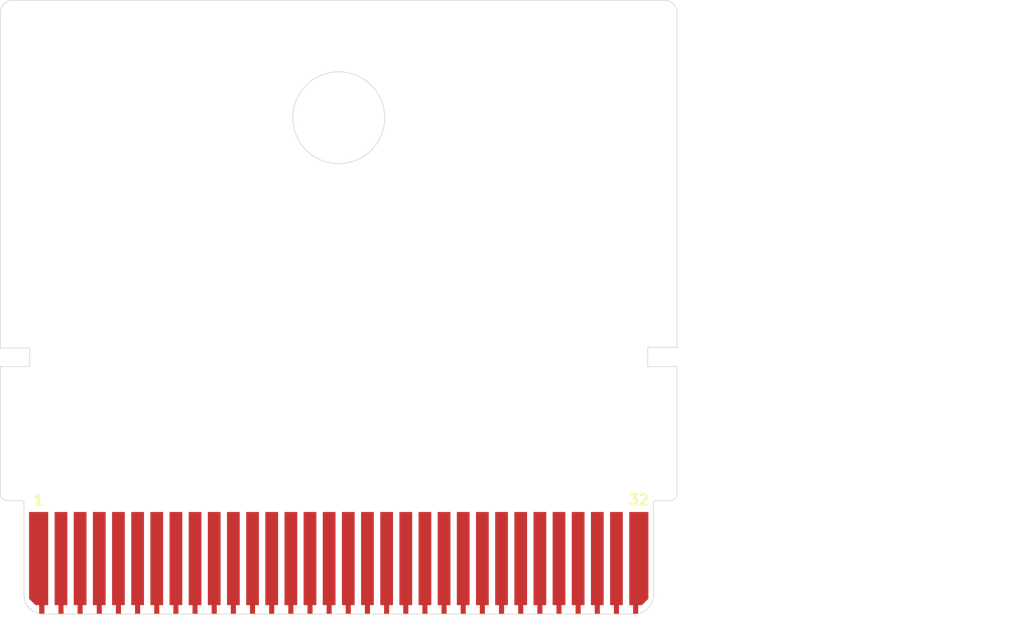
<source format=kicad_pcb>
(kicad_pcb (version 20211014) (generator pcbnew)
  (layers (0 "F.Cu" signal) (31 "B.Cu" signal) (34 "B.Paste" user) (35 "F.Paste" user) (36 "B.SilkS" user "B.Silkscreen") (37 "F.SilkS" user "F.Silkscreen") (38 "B.Mask" user) (39 "F.Mask" user) (44 "Edge.Cuts" user))
  (net 0 "")
  (net 1 "Net-(J1-Pad32)")
  (net 2 "Net-(J1-Pad1)")
  (net 3 "Net-(J1-Pad31)")
  (net 4 "Net-(J1-Pad30)")
  (net 5 "Net-(J1-Pad29)")
  (net 6 "Net-(J1-Pad28)")
  (net 7 "Net-(J1-Pad27)")
  (net 8 "Net-(J1-Pad26)")
  (net 9 "Net-(J1-Pad25)")
  (net 10 "Net-(J1-Pad24)")
  (net 11 "Net-(J1-Pad23)")
  (net 12 "Net-(J1-Pad22)")
  (net 13 "Net-(J1-Pad21)")
  (net 14 "Net-(J1-Pad20)")
  (net 15 "Net-(J1-Pad19)")
  (net 16 "Net-(J1-Pad18)")
  (net 17 "Net-(J1-Pad17)")
  (net 18 "Net-(J1-Pad16)")
  (net 19 "Net-(J1-Pad15)")
  (net 20 "Net-(J1-Pad14)")
  (net 21 "Net-(J1-Pad13)")
  (net 22 "Net-(J1-Pad12)")
  (net 23 "Net-(J1-Pad11)")
  (net 24 "Net-(J1-Pad10)")
  (net 25 "Net-(J1-Pad9)")
  (net 26 "Net-(J1-Pad8)")
  (net 27 "Net-(J1-Pad7)")
  (net 28 "Net-(J1-Pad6)")
  (net 29 "Net-(J1-Pad5)")
  (net 30 "Net-(J1-Pad4)")
  (net 31 "Net-(J1-Pad3)")
  (net 32 "Net-(J1-Pad2)")
  (footprint "Connector_GameBoy:GameBoy_GamePak_DMG-09_P1.50mm_Edge" (layer "F.Cu") (at 150 130.8)
    (fp_text reference "J1" hide)
    (fp_text value "GameBoy_GamePak_DMG-09" hide)
    (fp_text user "1" (at -23.5 -8.95) (layer "F.SilkS") (effects (font (size 0.8 0.8))))
    (fp_text user "32" (at 23.5 -8.95) (layer "F.SilkS") (effects (font (size 0.8 0.8))))
    (fp_poly (pts (xy -23.05 0) (xy -23.45 0) (xy -23.45 -0.7) (xy -23.05 -0.7)) (layer "F.Cu") (width 0) (fill solid))
    (pad "1" smd custom locked (at -23.5 -7.5) (size 1 1) (layers "F.Cu") (net 2 "Net-(J1-Pad1)") (options (clearance outline) (anchor rect)) (primitives (gr_poly (pts (xy -0.75 6.3) (xy -0.75 -0.5) (xy 0.75 -0.5) (xy 0.75 6.8) (xy 0.45 6.8) (xy 0.45 7.5) (xy 0.05 7.5) (xy 0.05 6.8) (xy -0.25 6.8)) (width 0) (fill yes))))
    (pad "2" smd custom locked (at -21.75 -7.5) (size 1 1) (layers "F.Cu") (net 32 "Net-(J1-Pad2)") (options (clearance outline) (anchor rect)) (primitives (gr_poly (pts (xy 0.5 6.8) (xy 0.2 6.8) (xy 0.2 7.5) (xy -0.2 7.5) (xy -0.2 6.8) (xy -0.5 6.8) (xy -0.5 0.5) (xy 0.5 0.5)) (width 0) (fill yes))))
    (pad "3" smd custom locked (at -20.25 -7.5) (size 1 1) (layers "F.Cu") (net 31 "Net-(J1-Pad3)") (options (clearance outline) (anchor rect)) (primitives (gr_poly (pts (xy 0.5 6.8) (xy 0.2 6.8) (xy 0.2 7.5) (xy -0.2 7.5) (xy -0.2 6.8) (xy -0.5 6.8) (xy -0.5 0.5) (xy 0.5 0.5)) (width 0) (fill yes))))
    (pad "4" smd custom locked (at -18.75 -7.5) (size 1 1) (layers "F.Cu") (net 30 "Net-(J1-Pad4)") (options (clearance outline) (anchor rect)) (primitives (gr_poly (pts (xy 0.5 6.8) (xy 0.2 6.8) (xy 0.2 7.5) (xy -0.2 7.5) (xy -0.2 6.8) (xy -0.5 6.8) (xy -0.5 0.5) (xy 0.5 0.5)) (width 0) (fill yes))))
    (pad "5" smd custom locked (at -17.25 -7.5) (size 1 1) (layers "F.Cu") (net 29 "Net-(J1-Pad5)") (options (clearance outline) (anchor rect)) (primitives (gr_poly (pts (xy 0.5 6.8) (xy 0.2 6.8) (xy 0.2 7.5) (xy -0.2 7.5) (xy -0.2 6.8) (xy -0.5 6.8) (xy -0.5 0.5) (xy 0.5 0.5)) (width 0) (fill yes))))
    (pad "6" smd custom locked (at -15.75 -7.5) (size 1 1) (layers "F.Cu") (net 28 "Net-(J1-Pad6)") (options (clearance outline) (anchor rect)) (primitives (gr_poly (pts (xy 0.5 6.8) (xy 0.2 6.8) (xy 0.2 7.5) (xy -0.2 7.5) (xy -0.2 6.8) (xy -0.5 6.8) (xy -0.5 0.5) (xy 0.5 0.5)) (width 0) (fill yes))))
    (pad "7" smd custom locked (at -14.25 -7.5) (size 1 1) (layers "F.Cu") (net 27 "Net-(J1-Pad7)") (options (clearance outline) (anchor rect)) (primitives (gr_poly (pts (xy 0.5 6.8) (xy 0.2 6.8) (xy 0.2 7.5) (xy -0.2 7.5) (xy -0.2 6.8) (xy -0.5 6.8) (xy -0.5 0.5) (xy 0.5 0.5)) (width 0) (fill yes))))
    (pad "8" smd custom locked (at -12.75 -7.5) (size 1 1) (layers "F.Cu") (net 26 "Net-(J1-Pad8)") (options (clearance outline) (anchor rect)) (primitives (gr_poly (pts (xy 0.5 6.8) (xy 0.2 6.8) (xy 0.2 7.5) (xy -0.2 7.5) (xy -0.2 6.8) (xy -0.5 6.8) (xy -0.5 0.5) (xy 0.5 0.5)) (width 0) (fill yes))))
    (pad "9" smd custom locked (at -11.25 -7.5) (size 1 1) (layers "F.Cu") (net 25 "Net-(J1-Pad9)") (options (clearance outline) (anchor rect)) (primitives (gr_poly (pts (xy 0.5 6.8) (xy 0.2 6.8) (xy 0.2 7.5) (xy -0.2 7.5) (xy -0.2 6.8) (xy -0.5 6.8) (xy -0.5 0.5) (xy 0.5 0.5)) (width 0) (fill yes))))
    (pad "10" smd custom locked (at -9.75 -7.5) (size 1 1) (layers "F.Cu") (net 24 "Net-(J1-Pad10)") (options (clearance outline) (anchor rect)) (primitives (gr_poly (pts (xy 0.5 6.8) (xy 0.2 6.8) (xy 0.2 7.5) (xy -0.2 7.5) (xy -0.2 6.8) (xy -0.5 6.8) (xy -0.5 0.5) (xy 0.5 0.5)) (width 0) (fill yes))))
    (pad "11" smd custom locked (at -8.25 -7.5) (size 1 1) (layers "F.Cu") (net 23 "Net-(J1-Pad11)") (options (clearance outline) (anchor rect)) (primitives (gr_poly (pts (xy 0.5 6.8) (xy 0.2 6.8) (xy 0.2 7.5) (xy -0.2 7.5) (xy -0.2 6.8) (xy -0.5 6.8) (xy -0.5 0.5) (xy 0.5 0.5)) (width 0) (fill yes))))
    (pad "12" smd custom locked (at -6.75 -7.5) (size 1 1) (layers "F.Cu") (net 22 "Net-(J1-Pad12)") (options (clearance outline) (anchor rect)) (primitives (gr_poly (pts (xy 0.5 6.8) (xy 0.2 6.8) (xy 0.2 7.5) (xy -0.2 7.5) (xy -0.2 6.8) (xy -0.5 6.8) (xy -0.5 0.5) (xy 0.5 0.5)) (width 0) (fill yes))))
    (pad "13" smd custom locked (at -5.25 -7.5) (size 1 1) (layers "F.Cu") (net 21 "Net-(J1-Pad13)") (options (clearance outline) (anchor rect)) (primitives (gr_poly (pts (xy 0.5 6.8) (xy 0.2 6.8) (xy 0.2 7.5) (xy -0.2 7.5) (xy -0.2 6.8) (xy -0.5 6.8) (xy -0.5 0.5) (xy 0.5 0.5)) (width 0) (fill yes))))
    (pad "14" smd custom locked (at -3.75 -7.5) (size 1 1) (layers "F.Cu") (net 20 "Net-(J1-Pad14)") (options (clearance outline) (anchor rect)) (primitives (gr_poly (pts (xy 0.5 6.8) (xy 0.2 6.8) (xy 0.2 7.5) (xy -0.2 7.5) (xy -0.2 6.8) (xy -0.5 6.8) (xy -0.5 0.5) (xy 0.5 0.5)) (width 0) (fill yes))))
    (pad "15" smd custom locked (at -2.25 -7.5) (size 1 1) (layers "F.Cu") (net 19 "Net-(J1-Pad15)") (options (clearance outline) (anchor rect)) (primitives (gr_poly (pts (xy 0.5 6.8) (xy 0.2 6.8) (xy 0.2 7.5) (xy -0.2 7.5) (xy -0.2 6.8) (xy -0.5 6.8) (xy -0.5 0.5) (xy 0.5 0.5)) (width 0) (fill yes))))
    (pad "16" smd custom locked (at -0.75 -7.5) (size 1 1) (layers "F.Cu") (net 18 "Net-(J1-Pad16)") (options (clearance outline) (anchor rect)) (primitives (gr_poly (pts (xy 0.5 6.8) (xy 0.2 6.8) (xy 0.2 7.5) (xy -0.2 7.5) (xy -0.2 6.8) (xy -0.5 6.8) (xy -0.5 0.5) (xy 0.5 0.5)) (width 0) (fill yes))))
    (pad "17" smd custom locked (at 0.75 -7.5) (size 1 1) (layers "F.Cu") (net 17 "Net-(J1-Pad17)") (options (clearance outline) (anchor rect)) (primitives (gr_poly (pts (xy 0.5 6.8) (xy 0.2 6.8) (xy 0.2 7.5) (xy -0.2 7.5) (xy -0.2 6.8) (xy -0.5 6.8) (xy -0.5 0.5) (xy 0.5 0.5)) (width 0) (fill yes))))
    (pad "18" smd custom locked (at 2.25 -7.5) (size 1 1) (layers "F.Cu") (net 16 "Net-(J1-Pad18)") (options (clearance outline) (anchor rect)) (primitives (gr_poly (pts (xy 0.5 6.8) (xy 0.2 6.8) (xy 0.2 7.5) (xy -0.2 7.5) (xy -0.2 6.8) (xy -0.5 6.8) (xy -0.5 0.5) (xy 0.5 0.5)) (width 0) (fill yes))))
    (pad "19" smd custom locked (at 3.75 -7.5) (size 1 1) (layers "F.Cu") (net 15 "Net-(J1-Pad19)") (options (clearance outline) (anchor rect)) (primitives (gr_poly (pts (xy 0.5 6.8) (xy 0.2 6.8) (xy 0.2 7.5) (xy -0.2 7.5) (xy -0.2 6.8) (xy -0.5 6.8) (xy -0.5 0.5) (xy 0.5 0.5)) (width 0) (fill yes))))
    (pad "20" smd custom locked (at 5.25 -7.5) (size 1 1) (layers "F.Cu") (net 14 "Net-(J1-Pad20)") (options (clearance outline) (anchor rect)) (primitives (gr_poly (pts (xy 0.5 6.8) (xy 0.2 6.8) (xy 0.2 7.5) (xy -0.2 7.5) (xy -0.2 6.8) (xy -0.5 6.8) (xy -0.5 0.5) (xy 0.5 0.5)) (width 0) (fill yes))))
    (pad "21" smd custom locked (at 6.75 -7.5) (size 1 1) (layers "F.Cu") (net 13 "Net-(J1-Pad21)") (options (clearance outline) (anchor rect)) (primitives (gr_poly (pts (xy 0.5 6.8) (xy 0.2 6.8) (xy 0.2 7.5) (xy -0.2 7.5) (xy -0.2 6.8) (xy -0.5 6.8) (xy -0.5 0.5) (xy 0.5 0.5)) (width 0) (fill yes))))
    (pad "22" smd custom locked (at 8.25 -7.5) (size 1 1) (layers "F.Cu") (net 12 "Net-(J1-Pad22)") (options (clearance outline) (anchor rect)) (primitives (gr_poly (pts (xy 0.5 6.8) (xy 0.2 6.8) (xy 0.2 7.5) (xy -0.2 7.5) (xy -0.2 6.8) (xy -0.5 6.8) (xy -0.5 0.5) (xy 0.5 0.5)) (width 0) (fill yes))))
    (pad "23" smd custom locked (at 9.75 -7.5) (size 1 1) (layers "F.Cu") (net 11 "Net-(J1-Pad23)") (options (clearance outline) (anchor rect)) (primitives (gr_poly (pts (xy 0.5 6.8) (xy 0.2 6.8) (xy 0.2 7.5) (xy -0.2 7.5) (xy -0.2 6.8) (xy -0.5 6.8) (xy -0.5 0.5) (xy 0.5 0.5)) (width 0) (fill yes))))
    (pad "24" smd custom locked (at 11.25 -7.5) (size 1 1) (layers "F.Cu") (net 10 "Net-(J1-Pad24)") (options (clearance outline) (anchor rect)) (primitives (gr_poly (pts (xy 0.5 6.8) (xy 0.2 6.8) (xy 0.2 7.5) (xy -0.2 7.5) (xy -0.2 6.8) (xy -0.5 6.8) (xy -0.5 0.5) (xy 0.5 0.5)) (width 0) (fill yes))))
    (pad "25" smd custom locked (at 12.75 -7.5) (size 1 1) (layers "F.Cu") (net 9 "Net-(J1-Pad25)") (options (clearance outline) (anchor rect)) (primitives (gr_poly (pts (xy 0.5 6.8) (xy 0.2 6.8) (xy 0.2 7.5) (xy -0.2 7.5) (xy -0.2 6.8) (xy -0.5 6.8) (xy -0.5 0.5) (xy 0.5 0.5)) (width 0) (fill yes))))
    (pad "26" smd custom locked (at 14.25 -7.5) (size 1 1) (layers "F.Cu") (net 8 "Net-(J1-Pad26)") (options (clearance outline) (anchor rect)) (primitives (gr_poly (pts (xy 0.5 6.8) (xy 0.2 6.8) (xy 0.2 7.5) (xy -0.2 7.5) (xy -0.2 6.8) (xy -0.5 6.8) (xy -0.5 0.5) (xy 0.5 0.5)) (width 0) (fill yes))))
    (pad "27" smd custom locked (at 15.75 -7.5) (size 1 1) (layers "F.Cu") (net 7 "Net-(J1-Pad27)") (options (clearance outline) (anchor rect)) (primitives (gr_poly (pts (xy 0.5 6.8) (xy 0.2 6.8) (xy 0.2 7.5) (xy -0.2 7.5) (xy -0.2 6.8) (xy -0.5 6.8) (xy -0.5 0.5) (xy 0.5 0.5)) (width 0) (fill yes))))
    (pad "28" smd custom locked (at 17.25 -7.5) (size 1 1) (layers "F.Cu") (net 6 "Net-(J1-Pad28)") (options (clearance outline) (anchor rect)) (primitives (gr_poly (pts (xy 0.5 6.8) (xy 0.2 6.8) (xy 0.2 7.5) (xy -0.2 7.5) (xy -0.2 6.8) (xy -0.5 6.8) (xy -0.5 0.5) (xy 0.5 0.5)) (width 0) (fill yes))))
    (pad "29" smd custom locked (at 18.75 -7.5) (size 1 1) (layers "F.Cu") (net 5 "Net-(J1-Pad29)") (options (clearance outline) (anchor rect)) (primitives (gr_poly (pts (xy 0.5 6.8) (xy 0.2 6.8) (xy 0.2 7.5) (xy -0.2 7.5) (xy -0.2 6.8) (xy -0.5 6.8) (xy -0.5 0.5) (xy 0.5 0.5)) (width 0) (fill yes))))
    (pad "30" smd custom locked (at 20.25 -7.5) (size 1 1) (layers "F.Cu") (net 4 "Net-(J1-Pad30)") (options (clearance outline) (anchor rect)) (primitives (gr_poly (pts (xy 0.5 6.8) (xy 0.2 6.8) (xy 0.2 7.5) (xy -0.2 7.5) (xy -0.2 6.8) (xy -0.5 6.8) (xy -0.5 0.5) (xy 0.5 0.5)) (width 0) (fill yes))))
    (pad "31" smd custom locked (at 21.75 -7.5) (size 1 1) (layers "F.Cu") (net 3 "Net-(J1-Pad31)") (options (clearance outline) (anchor rect)) (primitives (gr_poly (pts (xy 0.5 6.8) (xy 0.2 6.8) (xy 0.2 7.5) (xy -0.2 7.5) (xy -0.2 6.8) (xy -0.5 6.8) (xy -0.5 0.5) (xy 0.5 0.5)) (width 0) (fill yes))))
    (pad "32" smd custom locked (at 23.5 -7.5) (size 1 1) (layers "F.Cu") (net 1 "Net-(J1-Pad32)") (options (clearance outline) (anchor rect)) (primitives (gr_poly (pts (xy -0.75 6.8) (xy -0.75 -0.5) (xy 0.75 -0.5) (xy 0.75 6.3) (xy 0.25 6.8) (xy -0.05 6.8) (xy -0.05 7.5) (xy -0.45 7.5) (xy -0.45 6.8)) (width 0) (fill yes))))
  )
  (gr_arc (start 175.5 82.7) (mid 176.207107 82.992893) (end 176.5 83.7) (layer "Edge.Cuts") (width 0.05))
  (gr_line (start 174.65 129.3) (end 174.65 122.1) (layer "Edge.Cuts") (width 0.05))
  (gr_line (start 173.15 130.8) (end 126.85 130.8) (layer "Edge.Cuts") (width 0.05))
  (gr_line (start 124.5 82.7) (end 175.5 82.7) (layer "Edge.Cuts") (width 0.05))
  (gr_arc (start 174.65 122.1) (mid 174.708579 121.958579) (end 174.85 121.9) (layer "Edge.Cuts") (width 0.05))
  (gr_line (start 125.35 129.3) (end 125.35 122.1) (layer "Edge.Cuts") (width 0.05))
  (gr_arc (start 123.5 83.7) (mid 123.792893 82.992893) (end 124.5 82.7) (layer "Edge.Cuts") (width 0.05))
  (gr_arc (start 174.65 129.3) (mid 174.21066 130.36066) (end 173.15 130.8) (layer "Edge.Cuts") (width 0.05))
  (gr_arc (start 126.85 130.8) (mid 125.78934 130.36066) (end 125.35 129.3) (layer "Edge.Cuts") (width 0.05))
  (gr_circle (center 150 91.9) (end 150 95.5) (layer "Edge.Cuts") (width 0.05) (fill none))
  (gr_line (start 124 121.9) (end 125.15 121.9) (layer "Edge.Cuts") (width 0.05))
  (gr_line (start 123.5 111.4) (end 123.5 121.4) (layer "Edge.Cuts") (width 0.05))
  (gr_line (start 125.8 109.95) (end 123.5 109.95) (layer "Edge.Cuts") (width 0.05))
  (gr_line (start 125.8 111.4) (end 125.8 109.95) (layer "Edge.Cuts") (width 0.05))
  (gr_line (start 123.5 111.4) (end 125.8 111.4) (layer "Edge.Cuts") (width 0.05))
  (gr_arc (start 124 121.9) (mid 123.646447 121.753553) (end 123.5 121.4) (layer "Edge.Cuts") (width 0.05))
  (gr_arc (start 125.15 121.9) (mid 125.291421 121.958579) (end 125.35 122.1) (layer "Edge.Cuts") (width 0.05))
  (gr_line (start 174.85 121.9) (end 176 121.9) (layer "Edge.Cuts") (width 0.05))
  (gr_line (start 176.5 111.4) (end 176.5 121.4) (layer "Edge.Cuts") (width 0.05))
  (gr_line (start 174.2 109.9) (end 176.5 109.9) (layer "Edge.Cuts") (width 0.05))
  (gr_line (start 174.2 111.4) (end 174.2 109.9) (layer "Edge.Cuts") (width 0.05))
  (gr_line (start 176.5 111.4) (end 174.2 111.4) (layer "Edge.Cuts") (width 0.05))
  (gr_arc (start 176.5 121.4) (mid 176.353553 121.753553) (end 176 121.9) (layer "Edge.Cuts") (width 0.05))
  (gr_line (start 123.5 83.7) (end 123.5 109.95) (layer "Edge.Cuts") (width 0.05))
  (gr_line (start 176.5 83.7) (end 176.5 109.9) (layer "Edge.Cuts") (width 0.05))
)
</source>
